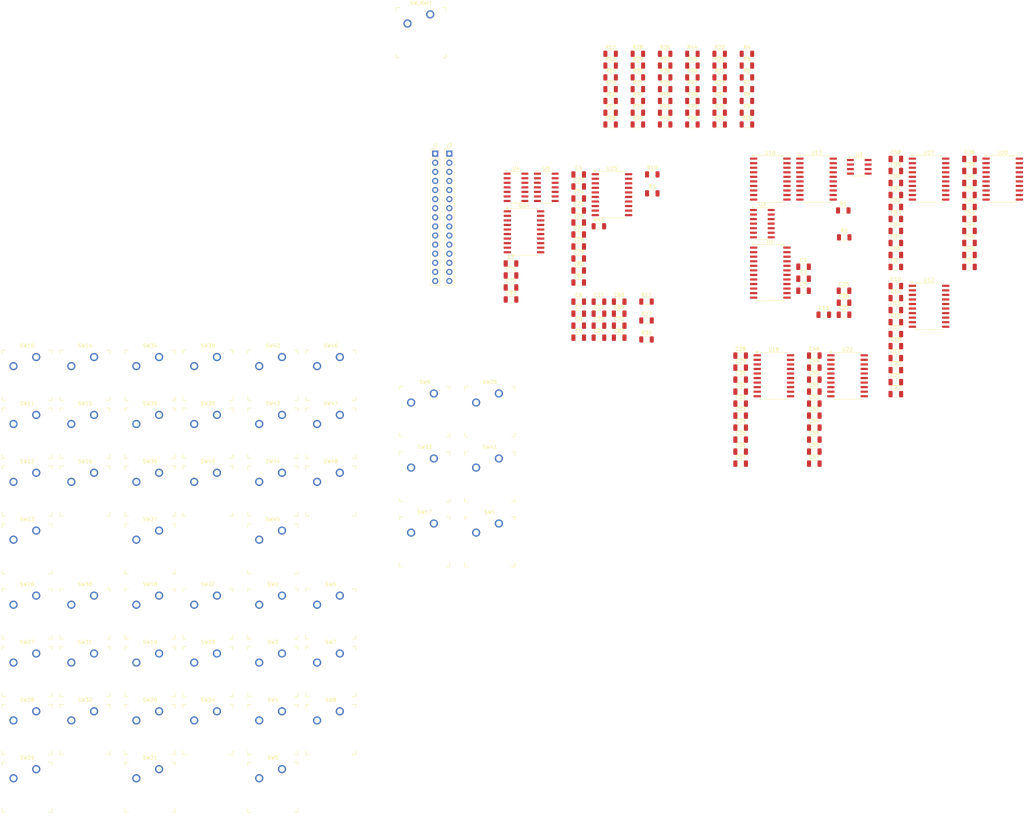
<source format=kicad_pcb>
(kicad_pcb (version 20240108) (generator "pcbnew") (generator_version "8.0")
  (layers (0 "F.Cu" signal) (31 "B.Cu" signal) (34 "B.Paste" user) (35 "F.Paste" user) (36 "B.SilkS" user "B.Silkscreen") (37 "F.SilkS" user "F.Silkscreen") (38 "B.Mask" user) (39 "F.Mask" user) (44 "Edge.Cuts" user))
  (net 0 "")
  (net 1 "+5V")
  (net 2 "GND")
  (net 3 "Net-(U3-CV)")
  (net 4 "Net-(U3-THR)")
  (net 5 "Net-(U12-A0)")
  (net 6 "Net-(U12-A1)")
  (net 7 "Net-(U12-A2)")
  (net 8 "Net-(U12-A3)")
  (net 9 "Net-(U12-A4)")
  (net 10 "Net-(U12-A5)")
  (net 11 "Net-(U12-A6)")
  (net 12 "Net-(U12-A7)")
  (net 13 "Net-(U18-A0)")
  (net 14 "Net-(U18-A1)")
  (net 15 "Net-(U18-A2)")
  (net 16 "Net-(U18-A3)")
  (net 17 "Net-(U18-A4)")
  (net 18 "Net-(U18-A5)")
  (net 19 "Net-(U18-A6)")
  (net 20 "Net-(U18-A7)")
  (net 21 "Net-(U20-A0)")
  (net 22 "Net-(U20-A1)")
  (net 23 "Net-(U20-A2)")
  (net 24 "Net-(U20-A3)")
  (net 25 "Net-(U20-A4)")
  (net 26 "Net-(U20-A5)")
  (net 27 "Net-(U20-A6)")
  (net 28 "Net-(U20-A7)")
  (net 29 "Net-(U22-A0)")
  (net 30 "Net-(U22-A1)")
  (net 31 "Net-(U22-A2)")
  (net 32 "Net-(U22-A3)")
  (net 33 "Net-(U22-A4)")
  (net 34 "Net-(U22-A5)")
  (net 35 "Net-(U22-A6)")
  (net 36 "Net-(U22-A7)")
  (net 37 "Net-(U27-A0)")
  (net 38 "Net-(U27-A1)")
  (net 39 "Net-(U27-A2)")
  (net 40 "Net-(U27-A3)")
  (net 41 "Net-(U27-A4)")
  (net 42 "Net-(U27-A5)")
  (net 43 "Net-(U27-A6)")
  (net 44 "Net-(U27-A7)")
  (net 45 "Net-(U25-A0)")
  (net 46 "Net-(U25-A1)")
  (net 47 "Net-(U25-A2)")
  (net 48 "Net-(U25-A3)")
  (net 49 "Net-(U25-A4)")
  (net 50 "Net-(U25-A5)")
  (net 51 "Net-(U25-A6)")
  (net 52 "Net-(U25-A7)")
  (net 53 "D0")
  (net 54 "D4")
  (net 55 "Phi2")
  (net 56 "SelB")
  (net 57 "D5")
  (net 58 "D2")
  (net 59 "D7")
  (net 60 "D6")
  (net 61 "Net-(U3-DIS)")
  (net 62 "R3b")
  (net 63 "Rstb")
  (net 64 "R4b")
  (net 65 "WEb")
  (net 66 "D3")
  (net 68 "A0")
  (net 69 "R2b")
  (net 70 "R1b")
  (net 71 "D1")
  (net 73 "R5b")
  (net 79 "R0b")
  (net 81 "ROW_CLK")
  (net 82 "S2")
  (net 83 "Q0")
  (net 84 "Q1")
  (net 86 "Q2")
  (net 89 "S1")
  (net 91 "Q1b")
  (net 92 "S0")
  (net 94 "S3")
  (net 95 "Net-(U3-Q)")
  (net 96 "Net-(U5-Pad9)")
  (net 97 "FO_Rb")
  (net 98 "CHG")
  (net 99 "LATCH_WEb")
  (net 100 "FI_Wb")
  (net 101 "Net-(U24-G2)")
  (net 103 "C5L")
  (net 104 "C0L")
  (net 105 "C6L")
  (net 106 "C2L")
  (net 107 "C3L")
  (net 108 "C4L")
  (net 109 "C1L")
  (net 110 "C7L")
  (net 111 "FO_Eb")
  (net 112 "FI_D4")
  (net 113 "FI_D7")
  (net 114 "FI_D5")
  (net 115 "FI_D6")
  (net 116 "FI_D1")
  (net 117 "FI_D2")
  (net 118 "FI_D0")
  (net 119 "FI_D3")
  (net 120 "KD1")
  (net 121 "KD5")
  (net 122 "KD7")
  (net 123 "KD2")
  (net 124 "KD0")
  (net 125 "KD4")
  (net 126 "KD6")
  (net 127 "KD3")
  (footprint "Capacitor_SMD:C_1206_3216Metric" (layer "F.Cu") (at -22.947 41.267)
    (property "Reference" "C44")
    (property "Value" "1uF")
  )
  (footprint "Resistor_SMD:R_1206_3216Metric" (layer "F.Cu") (at -107.9045 11.557)
    (property "Reference" "R42")
    (property "Value" "4.7k")
  )
  (footprint "keyswitches:SW_MX" (layer "F.Cu") (at -235.554 97.696)
    (property "Reference" "SW39")
    (property "Value" "SW_Push")
  )
  (footprint "keyswitches:SW_MX" (layer "F.Cu") (at -251.704 81.546)
    (property "Reference" "SW34")
    (property "Value" "SW_Push")
  )
  (footprint "keyswitches:SW_MX" (layer "F.Cu") (at -175.006 91.716)
    (property "Reference" "SW9")
    (property "Value" "SW_Push")
  )
  (footprint "Capacitor_SMD:C_1206_3216Metric" (layer "F.Cu") (at -22.947 24.517)
    (property "Reference" "C39")
    (property "Value" "1uF")
  )
  (footprint "Capacitor_SMD:C_1206_3216Metric" (layer "F.Cu") (at -132.033 28.862)
    (property "Reference" "C73")
    (property "Value" "1uF")
  )
  (footprint "Capacitor_SMD:C_1206_3216Metric" (layer "F.Cu") (at -43.507 47.967)
    (property "Reference" "C66")
    (property "Value" "1uF")
  )
  (footprint "Capacitor_SMD:C_1206_3216Metric" (layer "F.Cu") (at -132.033 25.512)
    (property "Reference" "C4")
    (property "Value" "1uF")
  )
  (footprint "Capacitor_SMD:C_1206_3216Metric" (layer "F.Cu") (at -86.827 92.817)
    (property "Reference" "C33")
    (property "Value" "1uF")
  )
  (footprint "Package_SO:SOIC-20W_7.5x12.8mm_P1.27mm" (layer "F.Cu") (at -56.987 81.697)
    (property "Reference" "U22")
    (property "Value" "74HC7541")
  )
  (footprint "keyswitches:SW_MX" (layer "F.Cu") (at -235.554 81.546)
    (property "Reference" "SW38")
    (property "Value" "SW_Push")
  )
  (footprint "Package_SO:SOIC-20W_7.5x12.8mm_P1.27mm" (layer "F.Cu") (at -147.303 41.502)
    (property "Reference" "U24")
    (property "Value" "74HC541")
  )
  (footprint "Resistor_SMD:R_1206_3216Metric" (layer "F.Cu") (at -113.103 60.982)
    (property "Reference" "R11")
    (property "Value" "4.7k")
  )
  (footprint "keyswitches:SW_MX" (layer "F.Cu") (at -175.006 109.866)
    (property "Reference" "SW33")
    (property "Value" "SW_Push")
  )
  (footprint "Resistor_SMD:R_1206_3216Metric" (layer "F.Cu") (at -85.0745 8.267)
    (property "Reference" "R9")
    (property "Value" "4.7k")
  )
  (footprint "Resistor_SMD:R_1206_3216Metric" (layer "F.Cu") (at -57.912 43.053)
    (property "Reference" "R2")
    (property "Value" "1k")
  )
  (footprint "Capacitor_SMD:C_1206_3216Metric" (layer "F.Cu") (at -86.827 96.167)
    (property "Reference" "C34")
    (property "Value" "1uF")
  )
  (footprint "Resistor_SMD:R_1206_3216Metric" (layer "F.Cu") (at -107.9045 -8.183)
    (property "Reference" "R36")
    (property "Value" "4.7k")
  )
  (footprint "Capacitor_SMD:C_1206_3216Metric" (layer "F.Cu") (at -132.033 71.062)
    (property "Reference" "C9")
    (property "Value" "0.1uF")
  )
  (footprint "Resistor_SMD:R_1206_3216Metric" (layer "F.Cu") (at -100.2945 11.557)
    (property "Reference" "R50")
    (property "Value" "4.7k")
  )
  (footprint "Capacitor_SMD:C_1206_3216Metric" (layer "F.Cu") (at -86.827 89.467)
    (property "Reference" "C32")
    (property "Value" "1uF")
  )
  (footprint "Capacitor_SMD:C_1206_3216Metric" (layer "F.Cu") (at -43.507 56.667)
    (property "Reference" "C10")
    (property "Value" "1uF")
  )
  (footprint "Capacitor_SMD:C_1206_3216Metric" (layer "F.Cu") (at -126.383 67.712)
    (property "Reference" "C23")
    (property "Value" "1uF")
  )
  (footprint "keyswitches:SW_MX" (layer "F.Cu") (at -286.004 97.696)
    (property "Reference" "SW11")
    (property "Value" "SW_Push")
  )
  (footprint "Resistor_SMD:R_1206_3216Metric" (layer "F.Cu") (at -107.9045 -1.603)
    (property "Reference" "R38")
    (property "Value" "4.7k")
  )
  (footprint "Capacitor_SMD:C_1206_3216Metric" (layer "F.Cu") (at -43.507 34.567)
    (property "Reference" "C62")
    (property "Value" "1uF")
  )
  (footprint "keyswitches:SW_MX" (layer "F.Cu") (at -269.854 148.146)
    (property "Reference" "SW30")
    (property "Value" "SW_Push")
  )
  (footprint "Capacitor_SMD:C_1206_3216Metric" (layer "F.Cu") (at -22.947 37.917)
    (property "Reference" "C43")
    (property "Value" "1uF")
  )
  (footprint "Capacitor_SMD:C_1206_3216Metric" (layer "F.Cu") (at -126.383 61.012)
    (property "Reference" "C11")
    (property "Value" "1uF")
  )
  (footprint "Capacitor_SMD:C_1206_3216Metric" (layer "F.Cu") (at -150.933 60.402)
    (property "Reference" "C83")
    (property "Value" "1uF")
  )
  (footprint "Capacitor_SMD:C_1206_3216Metric" (layer "F.Cu") (at -86.827 102.867)
    (property "Reference" "C36")
    (property "Value" "1uF")
  )
  (footprint "Resistor_SMD:R_1206_3216Metric" (layer "F.Cu") (at -85.0745 4.977)
    (property "Reference" "R8")
    (property "Value" "4.7k")
  )
  (footprint "Capacitor_SMD:C_1206_3216Metric" (layer "F.Cu") (at -86.827 106.217)
    (property "Reference" "C37")
    (property "Value" "1uF")
  )
  (footprint "Resistor_SMD:R_1206_3216Metric" (layer "F.Cu") (at -100.2945 4.977)
    (property "Reference" "R48")
    (property "Value" "4.7k")
  )
  (footprint "keyswitches:SW_MX" (layer "F.Cu") (at -217.404 81.546)
    (property "Reference" "SW42")
    (property "Value" "SW_Push")
  )
  (footprint "Capacitor_SMD:C_1206_3216Metric" (layer "F.Cu") (at -43.507 31.217)
    (property "Reference" "C61")
    (property "Value" "1uF")
  )
  (footprint "keyswitches:SW_MX" (layer "F.Cu") (at -201.254 81.546)
    (property "Reference" "SW46")
    (property "Value" "SW_Push")
  )
  (footprint "Capacitor_SMD:C_1206_3216Metric" (layer "F.Cu") (at -120.733 71.062)
    (property "Reference" "C82")
    (property "Value" "1uF")
  )
  (footprint "Capacitor_SMD:C_1206_3216Metric" (layer "F.Cu") (at -66.267 99.517)
    (property "Reference" "C55")
    (property "Value" "1uF")
  )
  (footprint "keyswitches:SW_MX" (layer "F.Cu") (at -286.004 129.996)
    (property "Reference" "SW13")
    (property "Value" "SW_Push")
  )
  (footprint "Resistor_SMD:R_1206_3216Metric" (layer "F.Cu") (at -115.5145 1.687)
    (property "Reference" "R31")
    (property "Value" "4.7k")
  )
  (footprint "keyswitches:SW_MX" (layer "F.Cu") (at -251.704 148.146)
    (property "Reference" "SW18")
    (property "Value" "SW_Push")
  )
  (footprint "Capacitor_SMD:C_1206_3216Metric" (layer "F.Cu") (at -43.507 24.517)
    (property "Reference" "C59")
    (property "Value" "1uF")
  )
  (footprint "Capacitor_SMD:C_1206_3216Metric" (layer "F.Cu") (at -22.947 47.967)
    (property "Reference" "C46")
    (property "Value" "1uF")
  )
  (footprint "Capacitor_SMD:C_1206_3216Metric" (layer "F.Cu") (at -43.507 86.817)
    (property "Reference" "C22")
    (property "Value" "1uF")
  )
  (footprint "Resistor_SMD:R_1206_3216Metric" (layer "F.Cu") (at -107.9045 -4.893)
    (property "Reference" "R37")
    (property "Value" "4.7k")
  )
  (footprint "Resistor_SMD:R_1206_3216Metric" (layer "F.Cu") (at -85.0745 11.557)
    (property "Reference" "R10")
    (property "Value" "4.7k")
  )
  (footprint "Resistor_SMD:R_1206_3216Metric" (layer "F.Cu") (at -85.0745 1.687)
    (property "Reference" "R7")
    (property "Value" "4.7k")
  )
  (footprint "Resistor_SMD:R_1206_3216Metric" (layer "F.Cu") (at -115.5145 8.267)
    (property "Reference" "R33")
    (property "Value" "4.7k")
  )
  (footprint "keyswitches:SW_MX" (layer "F.Cu") (at -286.004 113.846)
    (property "Reference" "SW12")
    (property "Value" "SW_Push")
  )
  (footprint "Capacitor_SMD:C_1206_3216Metric" (layer "F.Cu") (at -57.967 64.657)
    (property "Reference" "C27")
    (property "Value" "1uF")
  )
  (footprint "Package_SO:SOIC-8_3.9x4.9mm_P1.27mm" (layer "F.Cu") (at -53.721 23.368)
    (property "Reference" "U3")
    (property "Value" "NE555D")
  )
  (footprint "Capacitor_SMD:C_1206_3216Metric" (layer "F.Cu") (at -132.033 48.962)
    (property "Reference" "C79")
    (property "Value" "1uF")
  )
  (footprint "Capacitor_SMD:C_1206_3216Metric" (layer "F.Cu") (at -22.947 34.567)
    (property "Reference" "C42")
    (property "Value" "1uF")
  )
  (footprint "keyswitches:SW_MX" (layer "F.Cu") (at -217.404 97.696)
    (property "Reference" "SW43")
    (property "Value" "SW_Push")
  )
  (footprint "Resistor_SMD:R_1206_3216Metric" (layer "F.Cu") (at -126.403 39.962)
    (property "Reference" "R43")
    (property "Value" "4.7k")
  )
  (footprint "Resistor_SMD:R_1206_3216Metric" (layer "F.Cu") (at -58.177 35.547)
    (property "Reference" "R1")
    (property "Value" "1k")
  )
  (footprint "Capacitor_SMD:C_1206_3216Metric" (layer "F.Cu") (at -126.383 71.062)
    (property "Reference" "C24")
    (property "Value" "1uF")
  )
  (footprint "keyswitches:SW_MX" (layer "F.Cu") (at -235.554 164.296)
    (property "Reference" "SW23")
    (property "Value" "SW_Push")
  )
  (footprint "Resistor_SMD:R_1206_3216Metric" (layer "F.Cu") (at -115.5145 -4.893)
    (property "Reference" "R29")
    (property "Value" "4.7k")
  )
  (footprint "Capacitor_SMD:C_1206_3216Metric" (layer "F.Cu") (at -132.033 52.312)
    (property "Reference" "C80")
    (property "Value" "1uF")
  )
  (footprint "Resistor_SMD:R_1206_3216Metric" (layer "F.Cu") (at -123.1245 8.267)
    (property "Reference" "R17")
    (property "Value" "4.7k")
  )
  (footprint "Resistor_SMD:R_1206_3216Metric" (layer "F.Cu") (at -113.103 71.562)
    (property "Reference" "R35")
    (property "Value" "4.7k")
  )
  (footprint "keyswitches:SW_MX" (layer "F.Cu") (at -201.254 164.296)
    (property "Reference" "SW7")
    (property "Value" "SW_Push")
  )
  (footprint "Capacitor_SMD:C_1206_3216Metric" (layer "F.Cu") (at -43.507 27.867)
    (property "Reference" "C60")
    (property "Value" "1uF")
  )
  (footprint "Capacitor_SMD:C_1206_3216Metric" (layer "F.Cu") (at -86.827 86.117)
    (property "Reference" "C31")
    (property "Value" "1uF")
  )
  (footprint "Resistor_SMD:R_1206_3216Metric" (layer "F.Cu") (at -85.0745 -8.183)
    (property "Reference" "R4")
    (property "Value" "4.7k")
  )
  (footprint "Capacitor_SMD:C_1206_3216Metric" (layer "F.Cu") (at -86.827 99.517)
    (property "Reference" "C35")
    (property "Value" "1uF")
  )
  (footprint "Capacitor_SMD:C_1206_3216Metric" (layer "F.Cu") (at -22.947 31.217)
    (property "Reference" "C41")
    (property "Value" "1uF")
  )
  (footprint "Package_SO:SOIC-20W_7.5x12.8mm_P1.27mm" (layer "F.Cu") (at -65.637 26.797)
    (property "Reference" "U17")
    (property "Value" "74HC541")
  )
  (footprint "Capacitor_SMD:C_1206_3216Metric" (layer "F.Cu") (at -132.033 55.662)
    (property "Reference" "C81")
    (property "Value" "1uF")
  )
  (footprint "Resistor_SMD:R_1206_3216Metric" (layer "F.Cu") (at -100.2945 -1.603)
    (property "Reference" "R46")
    (property "Value" "4.7k")
  )
  (footprint "Capacitor_SMD:C_1206_3216Metric" (layer "F.Cu") (at -66.267 96.167)
    (property "Reference" "C54")
    (property "Value" "1uF")
  )
  (footprint "Resistor_SMD:R_1206_3216Metric" (layer "F.Cu") (at -123.1245 11.557)
    (property "Reference" "R18")
    (property "Value" "4.7k")
  )
  (footprint "Capacitor_SMD:C_1206_3216Metric" (layer "F.Cu") (at -22.947 27.867)
    (property "Reference" "C40")
    (property "Value" "1uF")
  )
  (footprint "Capacitor_SMD:C_1206_3216Metric" (layer "F.Cu") (at -69.267 54.607)
    (property "Reference" "C2")
    (property "Value" "1uF")
  )
  (footprint "Resistor_SMD:R_1206_3216Metric" (layer "F.Cu") (at -92.6845 11.557)
    (property "Reference" "R26")
    (property "Value" "4.7k")
  )
  (footprint "Resistor_SMD:R_1206_3216Metric" (layer "F.Cu") (at -100.2945 -4.893)
    (property "Reference" "R45")
    (property "Value" "4.7k")
  )
  (footprint "keyswitches:SW_MX" (layer "F.Cu") (at -217.404 164.296)
    (property "Reference" "SW3")
    (property "Value" "SW_Push")
  )
  (footprint "Capacitor_SMD:C_1206_3216Metric" (layer "F.Cu") (at -132.033 61.012)
    (property "Reference" "C6")
    (property "Value" "10uF")
  )
  (footprint "Resistor_SMD:R_1206_3216Metric" (layer "F.Cu") (at -115.5145 4.977)
    (property "Reference" "R32")
    (property "Value" "4.7k")
  )
  (footprint "keyswitches:SW_MX" (layer "F.Cu") (at -251.704 113.846)
    (property "Reference" "SW36")
    (property "Value" "SW_Push")
  )
  (footprint "Resistor_SMD:R_1206_3216Metric" (layer "F.Cu") (at -115.5145 -8.183)
    (property "Reference" "R28")
    (property "Value" "4.7k")
  )
  (footprint "Capacitor_SMD:C_1206_3216Metric" (layer "F.Cu") (at -43.507 76.767)
    (property "Reference" "C19")
    (property "Value" "1uF")
  )
  (footprint "Capacitor_SMD:C_1206_3216Metric" (layer "F.Cu") (at -43.507 37.917)
    (property "Reference" "C63")
    (property "Value" "1uF")
  )
  (footprint "Capacitor_SMD:C_1206_3216Metric" (layer "F.Cu") (at -22.947 44.617)
    (property "Reference" "C45")
    (property "Value" "1uF")
  )
  (footprint "keyswitches:SW_MX" (layer "F.Cu") (at -201.254 180.446)
    (property "Reference" "SW8")
    (property "Value" "SW_Push")
  )
  (footprint "Capacitor_SMD:C_1206_3216Metric" (layer "F.Cu") (at -66.267 82.767)
    (property "Reference" "C50")
    (property "Value" "1uF")
  )
  (footprint "Resistor_SMD:R_1206_3216Metric" (layer "F.Cu") (at -92.6845 8.267)
    (property "Reference" "R25")
    (property "Value" "4.7k")
  )
  (footprint "keyswitches:SW_MX" (layer "F.Cu") (at -286.004 164.296)
    (property "Reference" "SW27")
    (property "Value" "SW_Push")
  )
  (footprint "Capacitor_SMD:C_1206_3216Metric" (layer "F.Cu") (at -66.267 106.217)
    (property "Reference" "C57")
    (property "Value" "1uF")
  )
  (footprint "keyswitches:SW_MX" (layer "F.Cu") (at -156.856 128.016)
    (property "Reference" "SW1")
    (property "Value" "SW_Push")
  )
  (footprint "Resistor_SMD:R_1206_3216Metric" (layer "F.Cu") (at -92.6845 4.977)
    (property "Reference" "R24")
    (property "Value" "4.7k")
  )
  (footprint "Capacitor_SMD:C_1206_3216Metric" (layer "F.Cu") (at -57.967 61.307)
    (property "Reference" "C26")
    (property "Value" "1uF")
  )
  (footprint "Capacitor_SMD:C_1206_3216Metric" (layer "F.Cu") (at -43.507 66.717)
    (property "Reference" "C16")
    (property "Value" "1uF")
  )
  (footprint "keyswitches:SW_MX" (layer "F.Cu") (at -286.004 180.446)
    (property "Reference" "SW28")
    (property "Value" "SW_Push")
  )
  (footprint "Package_SO:SOIC-20W_7.5x12.8mm_P1.27mm" (layer "F.Cu") (at -34.227 62.297)
    (property "Reference" "U12")
    (property "Value" "74HC7541")
  )
  (footprint "Capacitor_SMD:C_1206_3216Metric" (layer "F.Cu") (at -120.733 64.362)
    (property "Reference" "C69")
    (property "Value" "1uF")
  )
  (footprint "keyswitches:SW_MX" (layer "F.Cu") (at -286.004 196.596)
    (property "Reference" "SW29")
    (property "Value" "SW_Push")
  )
  (footprint "Capacitor_SMD:C_1206_3216Metric" (layer "F.Cu") (at -132.033 32.212)
    (property "Reference" "C74")
    (property "Value" "1uF")
  )
  (footprint "Package_SO:SOIC-24W_7.5x15.4mm_P1.27mm" (layer "F.Cu") (at -78.547 52.907)
    (property "Reference" "U1")
    (property "Value" "74HC154")
  )
  (footprint "keyswitches:SW_MX" (layer "F.Cu") (at -251.704 164.296)
    (property "Reference" "SW19")
    (property "Value" "SW_Push")
  )
  (footprint "Capacitor_SMD:C_1206_3216Metric" (layer "F.Cu") (at -66.267 76.067)
    (property "Reference" "C48")
    (property "Value" "1uF")
  )
  (footprint "keyswitches:SW_MX" (layer "F.Cu") (at -286.004 81.546)
    (property "Reference" "SW10")
    (property "Value" "SW_Push")
  )
  (footprint "Resistor_SMD:R_1206_3216Metric" (layer "F.Cu") (at -115.5145 11.557)
    (property "Reference" "R34")
    (property "Value" "4.7k")
  )
  (footprint "Capacitor_SMD:C_1206_3216Metric" (layer "F.Cu") (at -43.507 80.117)
    (property "Reference" "C20")
    (property "Value" "1uF")
  )
  (footprint "Package_SO:SOIC-20W_7.5x12.8mm_P1.27mm" (layer "F.Cu") (at -13.667 26.797)
    (property "Reference" "U20")
    (property "Value" "74HC7541")
  )
  (footprint "Package_SO:SOIC-20W_7.5x12.8mm_P1.27mm" (layer "F.Cu") (at -77.547 81.697)
    (property "Reference" "U18")
    (property "Value" "74HC7541")
  )
  (footprint "keyswitches:SW_MX" (layer "F.Cu") (at -217.404 148.146)
    (property "Reference" "SW2")
    (property "Value" "SW_Push")
  )
  (footprint "Package_SO:SOIC-14_3.9x8.7mm_P1.27mm" (layer "F.Cu") (at -141.083 29.097)
    (property "Reference" "U5")
    (property "Value" "74HC00")
  )
  (footprint "Capacitor_SMD:C_1206_3216Metric" (layer "F.Cu") (at -43.507 73.417)
    (property "Reference" "C18")
    (property "Value" "1uF")
  )
  (footprint "keyswitches:SW_MX" (layer "F.Cu") (at -269.854 97.696)
    (property "Reference" "SW15")
    (property "Value" "SW_Push")
  )
  (footprint "Capacitor_SMD:C_1206_3216Metric" (layer "F.Cu") (at -86.827 79.417)
    (property "Reference" "C29")
    (property "Value" "1uF")
  )
  (footprint "Capacitor_SMD:C_1206_3216Metric" (layer "F.Cu") (at -120.733 61.012)
    (property "Reference" "C68")
    (property "Value" "1uF")
  )
  (footprint "Capacitor_SMD:C_1206_3216Metric" (layer "F.Cu") (at -66.267 86.117)
    (property "Reference" "C51")
    (property "Value" "1uF")
  )
  (footprint "Capacitor_SMD:C_1206_3216Metric" (layer "F.Cu") (at -63.617 64.657)
    (property "Reference" "C13")
    (property "Value" "1uF")
  )
  (footprint "Package_SO:SOIC-14_3.9x8.7mm_P1.27mm" (layer "F.Cu") (at -149.533 29.097)
    (property "Reference" "U4")
    (property "Value" "74HC14")
  )
  (footprint "Resistor_SMD:R_1206_3216Metric" (layer "F.Cu") (at -85.0745 -1.603)
    (property "Reference" "R6")
    (property "Value" "4.7k")
  )
  (footprint "keyswitches:SW_MX" (layer "F.Cu") (at -235.554 148.146)
    (property "Reference" "SW22")
    (property "Value" "SW_Push")
  )
  (footprint "Capacitor_SMD:C_1206_3216Metric" (layer "F.Cu") (at -132.033 67.712)
    (property "Reference" "C8")
    (property "Value" "1uF")
  )
  (footprint "Capacitor_SMD:C_1206_3216Metric" (layer "F.Cu") (at -69.267 51.257)
    (property "Reference" "C1")
    (property "Value" "1uF")
  )
  (footprint "keyswitches:SW_MX" (layer "F.Cu") (at -217.404 129.996)
    (property "Reference" "SW45")
    (property "Value" "SW_Push")
  )
  (footprint "Resistor_SMD:R_1206_3216Metric" (layer "F.Cu") (at -107.9045 4.977)
    (property "Reference" "R40")
    (property "Value" "4.7k")
  )
  (footprint "Resistor_SMD:R_1206_3216Metric" (layer "F.Cu") (at -123.1245 -4.893)
    (property "Reference" "R13")
    (property "Value" "4.7k")
  )
  (footprint "Capacitor_SMD:C_1206_3216Metric" (layer "F.Cu") (at -126.383 64.362)
    (property "Reference" "C12")
    (property "Value" "1uF")
  )
  (footprint "Capacitor_SMD:C_1206_3216Metric" (layer "F.Cu") (at -86.827 82.767)
    (property "Reference" "C30")
    (property "Value" "1uF")
  )
  (footprint "Capacitor_SMD:C_1206_3216Metric" (layer "F.Cu") (at -43.507 70.067)
    (property "Reference" "C17")
    (property "Value" "1uF")
  )
  (footprint "Capacitor_SMD:C_1206_3216Metric" (layer "F.Cu") (at -132.033 35.562)
    (property "Reference" "C75")
    (property "Value" "1uF")
  )
  (footprint "keyswitches:SW_MX" (layer "F.Cu") (at -269.854 113.846)
    (property "Reference" "SW16")
    (property "Value" "SW_Push")
  )
  (footprint "Capacitor_SMD:C_1206_3216Metric" (layer "F.Cu") (at -132.033 38.912)
    (property "Reference" "C76")
    (property "Value" "1uF")
  )
  (footprint "Resistor_SMD:R_1206_3216Metric" (layer "F.Cu") (at -85.0745 -4.893)
    (property "Reference" "R5")
    (property "Value" "4.7k")
  )
  (footprint "Resistor_SMD:R_1206_3216Metric" (layer "F.Cu") (at -123.1245 1.687)
    (property "Reference" "R15")
    (property "Value" "4.7k")
  )
  (footprint "Capacitor_SMD:C_1206_3216Metric" (layer "F.Cu") (at -69.267 57.957)
    (property "Reference" "C5")
    (property "Value" "1uF")
  )
  (footprint "Capacitor_SMD:C_1206_3216Metric" (layer "F.Cu") (at -43.507 44.617)
    (property "Reference" "C65")
    (property "Value" "1uF")
  )
  (footprint "keyswitches:SW_MX" (layer "F.Cu") (at -269.854 81.546)
    (property "Reference" "SW14")
    (property "Value" "SW_Push")
  )
  (footprint "Capacitor_SMD:C_1206_3216Metric" (layer "F.Cu") (at -43.507 51.317)
    (property "Reference" "C67")
    (property "Value" "1uF")
  )
  (footprint "keyswitches:SW_MX" (layer "F.Cu") (at -235.554 180.446)
    (property "Reference" "SW24")
    (property "Value" "SW_Push")
  )
  (footprint "Resistor_SMD:R_1206_3216Metric" (layer "F.Cu") (at -123.1245 -8.183)
    (property "Reference" "R12")
    (property "Value" "4.7k")
  )
  (footprint "Capacitor_SMD:C_1206_3216Metric" (layer "F.Cu") (at -132.033 64.362)
    (property "Reference" "C7")
    (property "Value" "1uF")
  )
  (footprint "Resistor_SMD:R_1206_3216Metric" (layer "F.Cu") (at -100.2945 1.687)
    (property "Reference" "R47")
    (property "Value" "4.7k")
  )
  (footprint "Capacitor_SMD:C_1206_3216Metric" (layer "F.Cu") (at -43.507 21.167)
    (property "Reference" "C58")
    (property "Value" "1uF")
  )
  (footprint "Resistor_SMD:R_1206_3216Metric" (layer "F.Cu") (at -123.1245 -1.603)
    (property "Reference" "R14")
    (property "Value" "4.7k")
  )
  (footprint "keyswitches:SW_MX" (layer "F.Cu") (at -269.854 180.446)
    (property "Reference" "SW32")
    (property "Value" "SW_Push")
  )
  (footprint "Resistor_SMD:R_1206_3216Metric" (layer "F.Cu") (at -113.103 66.272)
    (property "Reference" "R27")
    (property "Value" "4.7k")
  )
  (footprint "keyswitches:SW_MX" (layer "F.Cu") (at -269.854 164.296)
    (property "Reference" "SW31")
    (property "Value" "SW_Push")
  )
  (footprint "Capacitor_SMD:C_1206_3216Metric" (layer "F.Cu") (at -150.933 53.702)
    (property "Reference" "C71")
    (property "Value" "20nF")
  )
  (footprint "keyswitches:SW_MX" (layer "F.Cu") (at -286.004 148.146)
    (property "Reference" "SW26")
    (property "Value" "SW_Push")
  )
  (footprint "Connector_PinHeader_2.54mm:PinHeader_1x15_P2.54mm_Vertical" (layer "F.Cu") (at -172.085 19.685)
    (property "Reference" "J1")
    (property "Value" "Conn_01x15_Pin")
  )
  (footprint "Capacitor_SMD:C_1206_3216Metric" (layer "F.Cu") (at -150.933 50.352)
    (property "Reference" "C3")
    (property "Value" "1uF")
  )
  (footprint "Resistor_SMD:R_1206_3216Metric" (layer "F.Cu") (at -111.493 25.482)
    (property "Reference" "R19")
    (property "Value" "4.7k")
  )
  (footprint "Capacitor_SMD:C_1206_3216Metric" (layer "F.Cu") (at -43.507 83.467)
    (property "Reference" "C21")
    (property "Value" "1uF")
  )
  (footprint "Resistor_SMD:R_1206_3216Metric" (layer "F.Cu") (at -123.1245 4.977)
    (property "Reference" "R16")
    (property "Value" "4.7k")
  )
  (footprint "Resistor_SMD:R_1206_3216Metric" (layer "F.Cu") (at -115.5145 -1.603)
    (property "Reference" "R30")
    (property "Value" "4.7k")
  )
  (footprint "Capacitor_SMD:C_1206_3216Metric" (layer "F.Cu") (at -150.933 57.052)
    (property "Reference" "C72")
    (property "Value" "10nF")
  )
  (footprint "Resistor_SMD:R_1206_3216Metric" (layer "F.Cu") (at -92.6845 -4.893)
    (property "Reference" "R21")
    (property "Value" "4.7k")
  )
  (footprint "Capacitor_SMD:C_1206_3216Metric" (layer "F.Cu") (at -43.507 63.367)
    (property "Reference" "C15")
    (property "Value" "1uF")
  )
  (footprint "keyswitches:SW_MX" (layer "F.Cu") (at -156.856 91.716)
    (property "Reference" "SW25")
    (property "Value" "SW_Push")
  )
  (footprint "Package_SO:SOIC-20W_7.5x12.8mm_P1.27mm" (layer "F.Cu") (at -34.227 26.797)
    (property "Reference" "U27")
    (property "Value" "74HC7541")
  )
  (footprint "Capacitor_SMD:C_1206_3216Metric" (layer "F.Cu") (at -66.267 92.817)
    (property "Reference" "C53")
    (property "Value" "1uF")
  )
  (footprint "Resistor_SMD:R_1206_3216Metric" (layer "F.Cu") (at -107.9045 8.267)
    (property "Reference" "R41")
    (property "Value" "4.7k")
  )
  (footprint "Capacitor_SMD:C_1206_3216Metric" (layer "F.Cu") (at -43.507 41.267)
    (property "Reference" "C64")
    (property "Value" "1uF")
  )
  (footprint "Capacitor_SMD:C_1206_3216Metric" (layer "F.Cu") (at -66.267 102.867)
    (property "Reference" "C56")
    (property "Value" "1uF")
  )
  (footprint "Capacitor_SMD:C_1206_3216Metric" (layer "F.Cu") (at -132.033 45.612)
    (property "Reference" "C78")
    (property "Value" "1uF")
  )
  (footprint "keyswitches:SW_MX" (layer "F.Cu") (at -175.006 128.016)
    (property "Reference" "SW17")
    (property "Value" "SW_Push")
  )
  (footprint "keyswitches:SW_MX" (layer "F.Cu") (at -217.404 113.846)
    (property "Reference" "SW44")
    (property "Value" "SW_Push")
  )
  (footprint "Package_SO:SOIC-20W_7.5x12.8mm_P1.27mm" (layer "F.Cu") (at -122.753 31.142)
    (property "Reference" "U25")
    (property "Value" "74HC7541")
  )
  (footprint "Resistor_SMD:R_1206_3216Metric" (layer "F.Cu") (at -100.2945 8.267)
    (property "Reference" "R49")
    (property "Value" "4.7k")
  )
  (footprint "Capacitor_SMD:C_1206_3216Metric" (layer "F.Cu") (at -57.967 57.957)
    (property "Reference" "C25")
    (property "Value" "1uF")
  )
  (footprint "Resistor_SMD:R_1206_3216Metric" (layer "F.Cu") (at -107.9045 1.687)
    (property "Reference" "R39")
    (property "Value" "4.7k")
  )
  (footprint "keyswitches:SW_MX" (layer "F.Cu") (at -251.704 196.596)
    (property "Reference" "SW21")
    (property "Value" "SW_Push")
  )
  (footprint "keyswitches:SW_MX" (layer "F.Cu") (at -251.704 180.446)
    (property "Reference" "SW20")
    (property "Value" "SW_Push")
  )
  (footprint "Resistor_SMD:R_1206_3216Metric" (layer "F.Cu") (at -92.6845 -1.603)
    (property "Reference" "R22")
    (property "Value" "4.7k")
  )
  (footprint "keyswitches:SW_MX" (layer "F.Cu") (at -251.704 129.996)
    (property "Reference" "SW37")
    (property "Value" "SW_Push")
  )
  (footprint "Capacitor_SMD:C_1206_3216Metric" (layer "F.Cu") (at -43.507 60.017)
    (property "Reference" "C14")
    (property "Value" "1uF")
  )
  (footprint "keyswitches:SW_MX" (layer "F.Cu") (at -201.254 113.846)
    (property "Reference" "SW48")
    (property "Value" "SW_Push")
  )
  (footprint "Resistor_SMD:R_1206_3216Metric" (layer "F.Cu") (at -100.2945 -8.183)
    (property "Reference" "R44")
    (property "Value" "4.7k")
  )
  (footprint "Capacitor_SMD:C_1206_3216Metric" (layer "F.Cu") (at -22.947 51.317)
    (property "Reference" "C47")
    (property "Value" "1uF")
  )
  (footprint "Resistor_SMD:R_1206_3216Metric" (layer "F.Cu") (at -92.6845 -8.183)
    (property "Reference" "R20")
    (property "Value" "4.7k")
  )
  (footprint "Connector_PinHeader_2.54mm:PinHeader_1x15_P2.54mm_Vertical" (layer "F.Cu") (at -168.148 19.685)
    (property "Reference" "J3")
    (property "Value" "Conn_01x15_Pin")
  )
  (footprint "Resistor_SMD:R_1206_3216Metric" (layer "F.Cu") (at -92.6845 1.687)
    (property "Reference" "R23")
    (property "Value" "4.7k")
  )
  (footprint "keyswitches:SW_MX" (layer "F.Cu") (at -217.404 196.596)
    (property "Reference" "SW5")
    (property "Value" "SW_Push")
  )
  (footprint "keyswitches:SW_MX" (layer "F.Cu") (at -156.856 109.866)
    (property "Reference" "SW41")
    (property "Value" "SW_Push")
  )
  (footprint "Capacitor_SMD:C_1206_3216Metric" (layer "F.Cu") (at -120.733 67.712)
    (property "Reference" "C70")
    (property "Value" "1uF")
  )
  (footprint "keyswitches:SW_MX" (layer "F.Cu") (at -201.254 97.696)
    (property "Reference" "SW47")
    (property "Value" "SW_Push")
  )
  (footprint "Resistor_SMD:R_1206_3216Metric" (layer "F.Cu") (at -111.493 30.772)
    (property "Reference" "R3")
    (property "Value" "4.7k")
  )
  (footprint "Capacitor_SMD:C_1206_3216Metric" (layer "F.Cu") (at -86.827 76.067)
    (property "Reference" "C28")
    (property "Value" "1uF")
  )
  (footprint "Capacitor_SMD:C_1206_3216Metric" (layer "F.Cu") (at -66.267 89.467)
    (property "Reference" "C52")
    (property "Value" "1uF")
  )
  (footprint "keyswitches:SW_MX" (layer "F.Cu") (at -176.022 -14.097)
    (property "Reference" "SW_Rst1")
    (property "Value" "SW_Push")
  )
  (footprint "Capacitor_SMD:C_1206_3216Metric" (layer "F.Cu") (at -22.947 21.167)
    (property "Reference" "C38")
    (property "Value" "1uF")
  )
  (footprint "keyswitches:SW_MX" (layer "F.Cu") (at -201.254 148.146)
    (property "Reference" "SW6")
    (property "Value" "SW_Push")
  )
  (footprint "keyswitches:SW_MX" (layer "F.Cu") (at -235.554 113.846)
    (property "Reference" "SW40")
    (property "Value" "SW_Push")
  )
  (footprint "Capacitor_SMD:C_1206_3216Metric" (layer "F.Cu") (at -66.267 79.417)
    (property "Reference" "C49")
    (property "Value" "1uF")
  )
  (footprint "Package_SO:SOIC-14_3.9x8.7mm_P1.27mm" (layer "F.Cu") (at -80.777 39.232)
    (property "Reference" "U2")
    (property "Value" "74HC4024")
  )
  (footprint "keyswitches:SW_MX" (layer "F.Cu") (at -217.404 180.446)
    (property "Reference" "SW4")
    (property "Value" "SW_Push")
  )
  (footprint "Package_SO:SOIC-20W_7.5x12.8mm_P1.27mm" (layer "F.Cu") (at -78.547 26.797)
    (property "Reference" "U16")
    (property "Value" "74HC541")
  )
  (footprint "keyswitches:SW_MX" (layer "F.Cu") (at -251.704 97.696)
    (property "Reference" "SW35")
    (property "Value" "SW_Push")
  )
  (footprint "Capacitor_SMD:C_1206_3216Metric" (layer "F.Cu") (at -132.033 42.262)
    (property "Reference" "C77")
    (property "Value" "1uF")
  )
)
</source>
